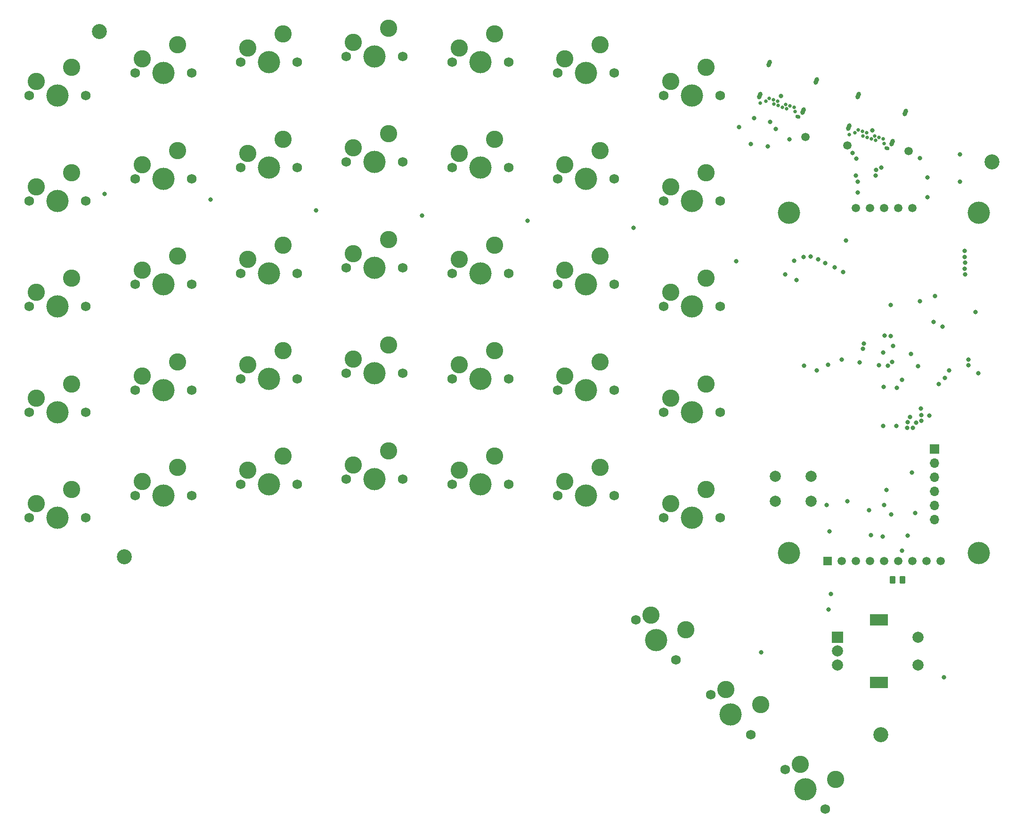
<source format=gbr>
%TF.GenerationSoftware,KiCad,Pcbnew,(6.0.7-1)-1*%
%TF.CreationDate,2022-10-21T17:23:08-04:00*%
%TF.ProjectId,Splitboard-A,53706c69-7462-46f6-9172-642d412e6b69,rev?*%
%TF.SameCoordinates,Original*%
%TF.FileFunction,Soldermask,Top*%
%TF.FilePolarity,Negative*%
%FSLAX46Y46*%
G04 Gerber Fmt 4.6, Leading zero omitted, Abs format (unit mm)*
G04 Created by KiCad (PCBNEW (6.0.7-1)-1) date 2022-10-21 17:23:08*
%MOMM*%
%LPD*%
G01*
G04 APERTURE LIST*
G04 Aperture macros list*
%AMRoundRect*
0 Rectangle with rounded corners*
0 $1 Rounding radius*
0 $2 $3 $4 $5 $6 $7 $8 $9 X,Y pos of 4 corners*
0 Add a 4 corners polygon primitive as box body*
4,1,4,$2,$3,$4,$5,$6,$7,$8,$9,$2,$3,0*
0 Add four circle primitives for the rounded corners*
1,1,$1+$1,$2,$3*
1,1,$1+$1,$4,$5*
1,1,$1+$1,$6,$7*
1,1,$1+$1,$8,$9*
0 Add four rect primitives between the rounded corners*
20,1,$1+$1,$2,$3,$4,$5,0*
20,1,$1+$1,$4,$5,$6,$7,0*
20,1,$1+$1,$6,$7,$8,$9,0*
20,1,$1+$1,$8,$9,$2,$3,0*%
%AMHorizOval*
0 Thick line with rounded ends*
0 $1 width*
0 $2 $3 position (X,Y) of the first rounded end (center of the circle)*
0 $4 $5 position (X,Y) of the second rounded end (center of the circle)*
0 Add line between two ends*
20,1,$1,$2,$3,$4,$5,0*
0 Add two circle primitives to create the rounded ends*
1,1,$1,$2,$3*
1,1,$1,$4,$5*%
G04 Aperture macros list end*
%ADD10C,1.750000*%
%ADD11C,4.000000*%
%ADD12C,3.100000*%
%ADD13R,1.500000X1.500000*%
%ADD14C,1.500000*%
%ADD15R,2.000000X2.000000*%
%ADD16C,2.000000*%
%ADD17R,3.200000X2.000000*%
%ADD18RoundRect,0.250000X-0.262500X-0.450000X0.262500X-0.450000X0.262500X0.450000X-0.262500X0.450000X0*%
%ADD19C,2.700000*%
%ADD20R,1.700000X1.700000*%
%ADD21O,1.700000X1.700000*%
%ADD22HorizOval,0.650000X0.140954X-0.051303X-0.140954X0.051303X0*%
%ADD23C,0.650000*%
%ADD24HorizOval,0.800000X-0.102606X-0.281908X0.102606X0.281908X0*%
%ADD25C,0.800000*%
G04 APERTURE END LIST*
D10*
%TO.C,K28*%
X224080000Y-97000000D03*
D11*
X219000000Y-97000000D03*
D12*
X221540000Y-91920000D03*
D10*
X213920000Y-97000000D03*
D12*
X215190000Y-94460000D03*
%TD*%
D11*
%TO.C,K11*%
X162000000Y-52000000D03*
D10*
X156920000Y-52000000D03*
X167080000Y-52000000D03*
D12*
X164540000Y-46920000D03*
X158190000Y-49460000D03*
%TD*%
D11*
%TO.C,K33*%
X181000000Y-110000000D03*
D10*
X175920000Y-110000000D03*
D12*
X177190000Y-107460000D03*
X183540000Y-104920000D03*
D10*
X186080000Y-110000000D03*
%TD*%
%TO.C,K20*%
X205080000Y-74000000D03*
D11*
X200000000Y-74000000D03*
D12*
X196190000Y-71460000D03*
X202540000Y-68920000D03*
D10*
X194920000Y-74000000D03*
%TD*%
%TO.C,K13*%
X194920000Y-55000000D03*
D12*
X196190000Y-52460000D03*
D10*
X205080000Y-55000000D03*
D11*
X200000000Y-55000000D03*
D12*
X202540000Y-49920000D03*
%TD*%
%TO.C,K7*%
X215190000Y-37460000D03*
D10*
X224080000Y-40000000D03*
D12*
X221540000Y-34920000D03*
D11*
X219000000Y-40000000D03*
D10*
X213920000Y-40000000D03*
%TD*%
D11*
%TO.C,K17*%
X143000000Y-72000000D03*
D10*
X148080000Y-72000000D03*
D12*
X145540000Y-66920000D03*
X139190000Y-69460000D03*
D10*
X137920000Y-72000000D03*
%TD*%
D11*
%TO.C,K16*%
X124000000Y-74000000D03*
D12*
X120190000Y-71460000D03*
D10*
X129080000Y-74000000D03*
X118920000Y-74000000D03*
D12*
X126540000Y-68920000D03*
%TD*%
%TO.C,K37*%
X231388154Y-149599214D03*
D10*
X229592102Y-154987367D03*
D12*
X225101974Y-146905137D03*
D11*
X226000000Y-151395265D03*
D10*
X222407898Y-147803163D03*
%TD*%
D11*
%TO.C,U2*%
X270610000Y-61100000D03*
X270610000Y-122300000D03*
X236510000Y-61100000D03*
X236510000Y-122300000D03*
D13*
X243400000Y-123800000D03*
D14*
X245940000Y-123800000D03*
X248480000Y-123800000D03*
X251020000Y-123800000D03*
X253560000Y-123800000D03*
X256100000Y-123800000D03*
X258640000Y-123800000D03*
X261180000Y-123800000D03*
X263720000Y-123800000D03*
X248480000Y-60280000D03*
X251020000Y-60280000D03*
X253560000Y-60280000D03*
X256100000Y-60280000D03*
X258640000Y-60280000D03*
%TD*%
D10*
%TO.C,K2*%
X129080000Y-36000000D03*
X118920000Y-36000000D03*
D11*
X124000000Y-36000000D03*
D12*
X126540000Y-30920000D03*
X120190000Y-33460000D03*
%TD*%
D10*
%TO.C,K38*%
X243027131Y-168422396D03*
D12*
X238537003Y-160340166D03*
D11*
X239435029Y-164830294D03*
D12*
X244823183Y-163034243D03*
D10*
X235842927Y-161238192D03*
%TD*%
D11*
%TO.C,K5*%
X181000000Y-34000000D03*
D12*
X177190000Y-31460000D03*
D10*
X186080000Y-34000000D03*
D12*
X183540000Y-28920000D03*
D10*
X175920000Y-34000000D03*
%TD*%
%TO.C,K9*%
X118920000Y-55000000D03*
D12*
X120190000Y-52460000D03*
D10*
X129080000Y-55000000D03*
D12*
X126540000Y-49920000D03*
D11*
X124000000Y-55000000D03*
%TD*%
D10*
%TO.C,K32*%
X156920000Y-109000000D03*
D11*
X162000000Y-109000000D03*
D12*
X164540000Y-103920000D03*
D10*
X167080000Y-109000000D03*
D12*
X158190000Y-106460000D03*
%TD*%
D10*
%TO.C,K1*%
X110080000Y-40000000D03*
D11*
X105000000Y-40000000D03*
D12*
X101190000Y-37460000D03*
D10*
X99920000Y-40000000D03*
D12*
X107540000Y-34920000D03*
%TD*%
%TO.C,K26*%
X177190000Y-88460000D03*
D10*
X175920000Y-91000000D03*
D12*
X183540000Y-85920000D03*
D11*
X181000000Y-91000000D03*
D10*
X186080000Y-91000000D03*
%TD*%
D15*
%TO.C,SW1*%
X245175000Y-137475000D03*
D16*
X245175000Y-142475000D03*
X245175000Y-139975000D03*
D17*
X252675000Y-145575000D03*
X252675000Y-134375000D03*
D16*
X259675000Y-142475000D03*
X259675000Y-137475000D03*
%TD*%
D11*
%TO.C,K4*%
X162000000Y-33000000D03*
D12*
X158190000Y-30460000D03*
X164540000Y-27920000D03*
D10*
X167080000Y-33000000D03*
X156920000Y-33000000D03*
%TD*%
%TO.C,K34*%
X194920000Y-112000000D03*
D11*
X200000000Y-112000000D03*
D12*
X202540000Y-106920000D03*
X196190000Y-109460000D03*
D10*
X205080000Y-112000000D03*
%TD*%
D12*
%TO.C,K30*%
X126540000Y-106920000D03*
X120190000Y-109460000D03*
D10*
X129080000Y-112000000D03*
D11*
X124000000Y-112000000D03*
D10*
X118920000Y-112000000D03*
%TD*%
%TO.C,K14*%
X213920000Y-59000000D03*
D12*
X215190000Y-56460000D03*
D10*
X224080000Y-59000000D03*
D12*
X221540000Y-53920000D03*
D11*
X219000000Y-59000000D03*
%TD*%
D12*
%TO.C,K12*%
X177190000Y-50460000D03*
X183540000Y-47920000D03*
D10*
X186080000Y-53000000D03*
X175920000Y-53000000D03*
D11*
X181000000Y-53000000D03*
%TD*%
%TO.C,K22*%
X105000000Y-97000000D03*
D12*
X101190000Y-94460000D03*
D10*
X110080000Y-97000000D03*
X99920000Y-97000000D03*
D12*
X107540000Y-91920000D03*
%TD*%
D10*
%TO.C,K6*%
X205080000Y-36000000D03*
D11*
X200000000Y-36000000D03*
D10*
X194920000Y-36000000D03*
D12*
X196190000Y-33460000D03*
X202540000Y-30920000D03*
%TD*%
D10*
%TO.C,K8*%
X110080000Y-59000000D03*
D11*
X105000000Y-59000000D03*
D10*
X99920000Y-59000000D03*
D12*
X101190000Y-56460000D03*
X107540000Y-53920000D03*
%TD*%
%TO.C,K18*%
X164540000Y-65920000D03*
D10*
X156920000Y-71000000D03*
D11*
X162000000Y-71000000D03*
D12*
X158190000Y-68460000D03*
D10*
X167080000Y-71000000D03*
%TD*%
D18*
%TO.C,R42*%
X255068700Y-127152400D03*
X256893700Y-127152400D03*
%TD*%
D10*
%TO.C,K15*%
X110080000Y-78000000D03*
D12*
X101190000Y-75460000D03*
D10*
X99920000Y-78000000D03*
D11*
X105000000Y-78000000D03*
D12*
X107540000Y-72920000D03*
%TD*%
D11*
%TO.C,K21*%
X219000000Y-78000000D03*
D12*
X215190000Y-75460000D03*
D10*
X224080000Y-78000000D03*
D12*
X221540000Y-72920000D03*
D10*
X213920000Y-78000000D03*
%TD*%
D12*
%TO.C,K19*%
X177190000Y-69460000D03*
X183540000Y-66920000D03*
D10*
X175920000Y-72000000D03*
D11*
X181000000Y-72000000D03*
D10*
X186080000Y-72000000D03*
%TD*%
D11*
%TO.C,K25*%
X162000000Y-90000000D03*
D12*
X164540000Y-84920000D03*
X158190000Y-87460000D03*
D10*
X167080000Y-90000000D03*
X156920000Y-90000000D03*
%TD*%
D12*
%TO.C,K10*%
X139190000Y-50460000D03*
D10*
X137920000Y-53000000D03*
D12*
X145540000Y-47920000D03*
D10*
X148080000Y-53000000D03*
D11*
X143000000Y-53000000D03*
%TD*%
D10*
%TO.C,K31*%
X137920000Y-110000000D03*
X148080000Y-110000000D03*
D11*
X143000000Y-110000000D03*
D12*
X145540000Y-104920000D03*
X139190000Y-107460000D03*
%TD*%
%TO.C,K23*%
X120190000Y-90460000D03*
X126540000Y-87920000D03*
D10*
X129080000Y-93000000D03*
D11*
X124000000Y-93000000D03*
D10*
X118920000Y-93000000D03*
%TD*%
%TO.C,K29*%
X99920000Y-116000000D03*
D11*
X105000000Y-116000000D03*
D12*
X101190000Y-113460000D03*
X107540000Y-110920000D03*
D10*
X110080000Y-116000000D03*
%TD*%
D12*
%TO.C,K24*%
X139190000Y-88460000D03*
D10*
X148080000Y-91000000D03*
D11*
X143000000Y-91000000D03*
D12*
X145540000Y-85920000D03*
D10*
X137920000Y-91000000D03*
%TD*%
%TO.C,K36*%
X216157073Y-141552338D03*
X208972869Y-134368134D03*
D12*
X211666945Y-133470108D03*
D11*
X212564971Y-137960236D03*
D12*
X217953125Y-136164185D03*
%TD*%
D10*
%TO.C,K35*%
X213920000Y-116000000D03*
D12*
X221540000Y-110920000D03*
D10*
X224080000Y-116000000D03*
D11*
X219000000Y-116000000D03*
D12*
X215190000Y-113460000D03*
%TD*%
%TO.C,K27*%
X202540000Y-87920000D03*
D11*
X200000000Y-93000000D03*
D10*
X194920000Y-93000000D03*
D12*
X196190000Y-90460000D03*
D10*
X205080000Y-93000000D03*
%TD*%
%TO.C,K3*%
X148080000Y-34000000D03*
D12*
X145540000Y-28920000D03*
D10*
X137920000Y-34000000D03*
D12*
X139190000Y-31460000D03*
D11*
X143000000Y-34000000D03*
%TD*%
D16*
%TO.C,SW2*%
X234000000Y-108500000D03*
X240500000Y-108500000D03*
X234000000Y-113000000D03*
X240500000Y-113000000D03*
%TD*%
D19*
%TO.C,H1*%
X273000000Y-52000000D03*
%TD*%
D20*
%TO.C,J3*%
X262625000Y-103650000D03*
D21*
X262625000Y-106190000D03*
X262625000Y-108730000D03*
X262625000Y-111270000D03*
X262625000Y-113810000D03*
X262625000Y-116350000D03*
%TD*%
D19*
%TO.C,H2*%
X112500000Y-28500000D03*
%TD*%
%TO.C,H3*%
X253000000Y-155000000D03*
%TD*%
%TO.C,H4*%
X117000000Y-123000000D03*
%TD*%
D22*
%TO.C,J2*%
X254091686Y-49528332D03*
D23*
X247325899Y-47065787D03*
X253562245Y-48643916D03*
X253425782Y-47849323D03*
X252674028Y-47575707D03*
X252058736Y-48096684D03*
X251922273Y-47302091D03*
X251306982Y-47823068D03*
X250555228Y-47549452D03*
X250418765Y-46754859D03*
X249803474Y-47275835D03*
X249667011Y-46481243D03*
X248915257Y-46207626D03*
X248299966Y-46728603D03*
D24*
X247255387Y-45709901D03*
X257390557Y-43066943D03*
X255017248Y-48534987D03*
X248952117Y-39995603D03*
%TD*%
D22*
%TO.C,J1*%
X238091686Y-43828332D03*
D23*
X231325899Y-41365787D03*
X237562245Y-42943916D03*
X237425782Y-42149323D03*
X236674028Y-41875707D03*
X236058736Y-42396684D03*
X235922273Y-41602091D03*
X235306982Y-42123068D03*
X234555228Y-41849452D03*
X234418765Y-41054859D03*
X233803474Y-41575835D03*
X233667011Y-40781243D03*
X232915257Y-40507626D03*
X232299966Y-41028603D03*
D24*
X241390557Y-37366943D03*
X232952117Y-34295603D03*
X231255387Y-40009901D03*
X239017248Y-42834987D03*
%TD*%
D25*
X113500000Y-57700000D03*
X246200000Y-71800000D03*
X132500000Y-58700000D03*
X244700000Y-70923500D03*
X151500000Y-60700000D03*
X243000000Y-70199000D03*
X170500000Y-61600000D03*
X241700000Y-69474500D03*
X239200000Y-88600000D03*
X241500000Y-89500000D03*
X232664000Y-49174400D03*
X243550000Y-132450000D03*
X267200000Y-50600000D03*
X267200000Y-55500000D03*
X229637101Y-48738301D03*
X189500000Y-62585500D03*
X240410199Y-69024500D03*
X239074549Y-69074549D03*
X208500000Y-63800000D03*
X227000000Y-69800000D03*
X237400000Y-69724500D03*
X243500000Y-88500000D03*
X246000000Y-87500497D03*
X268775500Y-88549003D03*
X253600000Y-113700000D03*
X270500000Y-90000000D03*
X247000000Y-113000000D03*
X263387701Y-91912299D03*
X253400000Y-99500000D03*
X264107641Y-81607642D03*
X258546600Y-107823000D03*
X255775500Y-99500000D03*
X237800000Y-73200000D03*
X235762300Y-72237700D03*
X264500000Y-90800000D03*
X262500000Y-80775500D03*
X256794000Y-121894600D03*
D14*
X239400000Y-47500000D03*
X258000000Y-50000000D03*
X247000000Y-49000000D03*
D25*
X254000000Y-111000000D03*
X259700000Y-88700000D03*
X230200000Y-44100000D03*
X235000500Y-40081200D03*
X234145477Y-46000000D03*
X227524500Y-45700000D03*
X254775500Y-77724500D03*
X260000000Y-77000000D03*
X249912299Y-84612299D03*
X268100000Y-68000000D03*
X268775500Y-87549500D03*
X270000000Y-79000000D03*
X250850400Y-114579400D03*
X255015021Y-87988378D03*
X261724500Y-97586800D03*
X260275500Y-98552000D03*
X260275000Y-97510600D03*
X260223000Y-96367600D03*
X259323041Y-98864872D03*
X258749800Y-99775500D03*
X258262572Y-97875437D03*
X257844284Y-98783201D03*
X257724500Y-99775500D03*
X233100000Y-44800000D03*
X254800000Y-83300000D03*
X236600000Y-47900000D03*
X253700000Y-83224500D03*
X256800000Y-91200000D03*
X268100000Y-71200000D03*
X268112299Y-72212299D03*
X255900000Y-92600000D03*
X254889000Y-115392200D03*
X258375500Y-86500000D03*
X253400000Y-86236799D03*
X243281200Y-113724500D03*
X249799386Y-85605403D03*
X268112299Y-70112299D03*
X268100000Y-69100000D03*
X255200000Y-85074000D03*
X259156200Y-115112800D03*
X262700000Y-76100000D03*
X265292358Y-89492358D03*
X246700000Y-66100000D03*
X253474895Y-92476237D03*
X247875500Y-50400000D03*
X248600000Y-51400000D03*
X260000000Y-51300000D03*
X248800000Y-55500994D03*
X251500000Y-46300000D03*
X248800000Y-57500000D03*
X252026748Y-54387978D03*
X248512022Y-54387978D03*
X252117952Y-53392645D03*
X261400000Y-58300000D03*
X261400000Y-54800000D03*
X253031069Y-52986170D03*
X249200000Y-88000000D03*
X231500000Y-140200000D03*
X252630695Y-88581862D03*
X244000000Y-129700000D03*
X264300000Y-144700000D03*
X254224500Y-88600000D03*
X243763800Y-118389400D03*
X257810000Y-119227600D03*
X251180600Y-119126000D03*
X253314200Y-119375500D03*
M02*

</source>
